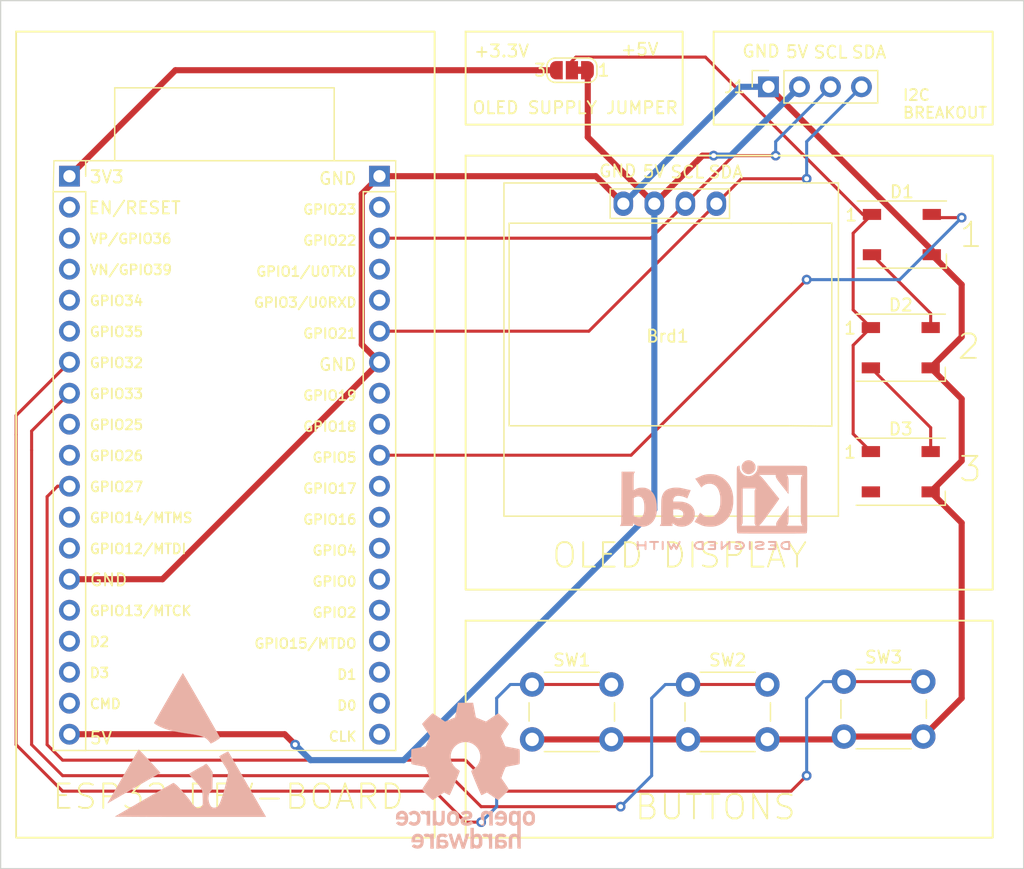
<source format=kicad_pcb>
(kicad_pcb (version 20221018) (generator pcbnew)
  (layers (0 "F.Cu" signal) (31 "B.Cu" signal) (34 "B.Paste" user) (35 "F.Paste" user) (36 "B.SilkS" user "B.Silkscreen") (37 "F.SilkS" user "F.Silkscreen") (38 "B.Mask" user) (39 "F.Mask" user) (44 "Edge.Cuts" user))
  (net 0 "")
  (net 1 "+5V")
  (net 2 "GND")
  (net 3 "/SCL")
  (net 4 "/SDA")
  (net 5 "/OLED_PWR")
  (net 6 "Net-(D1-DOUT)")
  (net 7 "/LED")
  (net 8 "Net-(D2-DOUT)")
  (net 10 "+3.3V")
  (net 11 "/SW3")
  (net 12 "/SW2")
  (net 13 "/SW1")
  (footprint "LED_SMD:LED_WS2812B_PLCC4_5.0x5.0mm_P3.2mm" (layer "F.Cu") (at 180.52 77.587795)
    (fp_text reference "D1" (at 0 -3.5) (layer "F.SilkS"))
    (fp_text value "WS2812B")
    (fp_text user "1" (at -4.15 -1.6) (layer "F.SilkS"))
    (pad "1" smd rect (at -2.45 -1.65) (size 1.5 0.9) (layers "F.Cu" "F.Paste" "F.Mask") (net 5 "/OLED_PWR"))
    (pad "2" smd rect (at -2.45 1.65) (size 1.5 0.9) (layers "F.Cu" "F.Paste" "F.Mask") (net 6 "Net-(D1-DOUT)"))
    (pad "3" smd rect (at 2.45 1.65) (size 1.5 0.9) (layers "F.Cu" "F.Paste" "F.Mask") (net 2 "GND"))
    (pad "4" smd rect (at 2.45 -1.65) (size 1.5 0.9) (layers "F.Cu" "F.Paste" "F.Mask") (net 7 "/LED"))
  )
  (footprint "Connector_PinSocket_2.54mm:PinSocket_1x04_P2.54mm_Vertical" (layer "F.Cu") (at 169.590279 65.481827 90)
    (fp_text reference "J1" (at 0 -2.77 180) (layer "F.SilkS"))
    (fp_text value "I2C BREAKOUT" hide)
    (pad "1" thru_hole rect (at 0 0 90) (size 1.7 1.7) (drill 1) (layers "*.Cu" "*.Mask") (net 2 "GND"))
    (pad "2" thru_hole oval (at 0 2.54 90) (size 1.7 1.7) (drill 1) (layers "*.Cu" "*.Mask") (net 1 "+5V"))
    (pad "3" thru_hole oval (at 0 5.08 90) (size 1.7 1.7) (drill 1) (layers "*.Cu" "*.Mask") (net 3 "/SCL"))
    (pad "4" thru_hole oval (at 0 7.62 90) (size 1.7 1.7) (drill 1) (layers "*.Cu" "*.Mask") (net 4 "/SDA"))
  )
  (footprint "SSD1306:128x64OLED_No_Holes" (layer "F.Cu") (at 161.32 85.66)
    (fp_text reference "Brd1" (at 0 0.254) (layer "F.SilkS"))
    (fp_text value "SSD1306")
    (pad "1" thru_hole oval (at -3.62 -10.6 90) (size 2 1.6) (drill 1) (layers "*.Cu" "*.Mask") (net 2 "GND"))
    (pad "2" thru_hole oval (at -1.08 -10.6 90) (size 2 1.6) (drill 1) (layers "*.Cu" "*.Mask") (net 1 "+5V"))
    (pad "3" thru_hole oval (at 1.46 -10.6 90) (size 2 1.6) (drill 1) (layers "*.Cu" "*.Mask") (net 3 "/SCL"))
    (pad "4" thru_hole oval (at 4 -10.6 90) (size 2 1.6) (drill 1) (layers "*.Cu" "*.Mask") (net 4 "/SDA"))
  )
  (footprint "Button_Switch_THT:SW_PUSH_6mm" (layer "F.Cu") (at 150.226351 114.449741)
    (fp_text reference "SW1" (at 3.25 -2) (layer "F.SilkS"))
    (fp_text value "SW_Push")
    (pad "1" thru_hole circle (at 0 0 90) (size 2 2) (drill 1.1) (layers "*.Cu" "*.Mask") (net 13 "/SW1"))
    (pad "1" thru_hole circle (at 6.5 0 90) (size 2 2) (drill 1.1) (layers "*.Cu" "*.Mask") (net 13 "/SW1"))
    (pad "2" thru_hole circle (at 0 4.5 90) (size 2 2) (drill 1.1) (layers "*.Cu" "*.Mask") (net 2 "GND"))
    (pad "2" thru_hole circle (at 6.5 4.5 90) (size 2 2) (drill 1.1) (layers "*.Cu" "*.Mask") (net 2 "GND"))
  )
  (footprint "PCM_Espressif:ESP32-DevKitC_Shield2" (layer "F.Cu") (at 112.319208 72.805507)
    (fp_text reference "U1" hide)
    (fp_text value "ESP32-DevKitC" hide)
    (fp_text user "GPIO34" (at 1.584654 10.216056 unlocked) (layer "F.SilkS") (effects (font (size 0.8 0.8)) (justify left)))
    (fp_text user "GPIO18" (at 23.607538 20.515064 unlocked) (layer "F.SilkS") (effects (font (size 0.8 0.8)) (justify right)))
    (fp_text user "GPIO23" (at 23.607538 2.735064 unlocked) (layer "F.SilkS") (effects (font (size 0.8 0.8)) (justify right)))
    (fp_text user "GND" (at 23.607538 0.195064 unlocked) (layer "F.SilkS") (effects (justify right)))
    (fp_text user "GND" (at 23.607538 15.435064 unlocked) (layer "F.SilkS") (effects (justify right)))
    (fp_text user "D0" (at 23.607538 43.375064 unlocked) (layer "F.SilkS") (effects (font (size 0.8 0.8)) (justify right)))
    (fp_text user "CMD" (at 1.584654 43.236056 unlocked) (layer "F.SilkS") (effects (font (size 0.8 0.8)) (justify left)))
    (fp_text user "D3" (at 1.584654 40.696056 unlocked) (layer "F.SilkS") (effects (font (size 0.8 0.8)) (justify left)))
    (fp_text user "GPIO5" (at 23.607538 23.055064 unlocked) (layer "F.SilkS") (effects (font (size 0.8 0.8)) (justify right)))
    (fp_text user "VP/GPIO36" (at 1.584654 5.136056 unlocked) (layer "F.SilkS") (effects (font (size 0.8 0.8)) (justify left)))
    (fp_text user "GPIO4" (at 23.607538 30.675064 unlocked) (layer "F.SilkS") (effects (font (size 0.8 0.8)) (justify right)))
    (fp_text user "GPIO1/U0TXD" (at 23.607538 7.815064 unlocked) (layer "F.SilkS") (effects (font (size 0.8 0.8)) (justify right)))
    (fp_text user "GPIO12/MTDI" (at 1.584654 30.536056 unlocked) (layer "F.SilkS") (effects (font (size 0.8 0.8)) (justify left)))
    (fp_text user "GPIO32" (at 1.584654 15.296056 unlocked) (layer "F.SilkS") (effects (font (size 0.8 0.8)) (justify left)))
    (fp_text user "GPIO15/MTDO" (at 23.607538 38.295064 unlocked) (layer "F.SilkS") (effects (font (size 0.8 0.8)) (justify right)))
    (fp_text user "VN/GPIO39" (at 1.584654 7.676056 unlocked) (layer "F.SilkS") (effects (font (size 0.8 0.8)) (justify left)))
    (fp_text user "GPIO2" (at 23.607538 35.755064 unlocked) (layer "F.SilkS") (effects (font (size 0.8 0.8)) (justify right)))
    (fp_text user "GPIO14/MTMS" (at 1.584654 27.996056 unlocked) (layer "F.SilkS") (effects (font (size 0.8 0.8)) (justify left)))
    (fp_text user "GPIO25" (at 1.584654 20.376056 unlocked) (layer "F.SilkS") (effects (font (size 0.8 0.8)) (justify left)))
    (fp_text user "GPIO35" (at 1.584654 12.756056 unlocked) (layer "F.SilkS") (effects (font (size 0.8 0.8)) (justify left)))
    (fp_text user "EN/RESET" (at 9.200974 2.593336 unlocked) (layer "F.SilkS") (effects (justify right)))
    (fp_text user "GPIO27" (at 1.584654 25.456056 unlocked) (layer "F.SilkS") (effects (font (size 0.8 0.8)) (justify left)))
    (fp_text user "GPIO22" (at 23.607538 5.275064 unlocked) (layer "F.SilkS") (effects (font (size 0.8 0.8)) (justify right)))
    (fp_text user "GPIO26" (at 1.584654 22.916056 unlocked) (layer "F.SilkS") (effects (font (size 0.8 0.8)) (justify left)))
    (fp_text user "D2" (at 1.584654 38.156056 unlocked) (layer "F.SilkS") (effects (font (size 0.8 0.8)) (justify left)))
    (fp_text user "GPIO13/MTCK" (at 1.584654 35.616056 unlocked) (layer "F.SilkS") (effects (font (size 0.8 0.8)) (justify left)))
    (fp_text user "GPIO19" (at 23.607538 17.975064 unlocked) (layer "F.SilkS") (effects (font (size 0.8 0.8)) (justify right)))
    (fp_text user "3V3" (at 1.584654 0.056056 unlocked) (layer "F.SilkS") (effects (justify left)))
    (fp_text user "GPIO0" (at 23.607538 33.215064 unlocked) (layer "F.SilkS") (effects (font (size 0.8 0.8)) (justify right)))
    (fp_text user "GPIO33" (at 1.584654 17.836056 unlocked) (layer "F.SilkS") (effects (font (size 0.8 0.8)) (justify left)))
    (fp_text user "GPIO21" (at 23.607538 12.895064 unlocked) (layer "F.SilkS") (effects (font (size 0.8 0.8)) (justify right)))
    (fp_text user "GPIO3/U0RXD" (at 23.607538 10.355064 unlocked) (layer "F.SilkS") (effects (font (size 0.8 0.8)) (justify right)))
    (fp_text user "5V" (at 1.580974 46.027336 unlocked) (layer "F.SilkS") (effects (justify left)))
    (fp_text user "CLK" (at 23.607538 45.915064 unlocked) (layer "F.SilkS") (effects (font (size 0.8 0.8)) (justify right)))
    (fp_text user "D1" (at 23.607538 40.835064 unlocked) (layer "F.SilkS") (effects (font (size 0.8 0.8)) (justify right)))
    (fp_text user "GPIO16" (at 23.607538 28.135064 unlocked) (layer "F.SilkS") (effects (font (size 0.8 0.8)) (justify right)))
    (fp_text user "GND" (at 1.584654 33.076056 unlocked) (layer "F.SilkS") (effects (justify left)))
    (fp_text user "GPIO17" (at 23.607538 25.595064 unlocked) (layer "F.SilkS") (effects (font (size 0.8 0.8)) (justify right)))
    (pad "1" thru_hole rect (at 0 0) (size 1.7 1.7) (drill 1) (layers "*.Cu" "*.Mask") (net 10 "+3.3V"))
    (pad "2" thru_hole oval (at 0 2.54) (size 1.7 1.7) (drill 1) (layers "*.Cu" "*.Mask"))
    (pad "3" thru_hole oval (at 0 5.08) (size 1.7 1.7) (drill 1) (layers "*.Cu" "*.Mask"))
    (pad "4" thru_hole oval (at 0 7.62) (size 1.7 1.7) (drill 1) (layers "*.Cu" "*.Mask"))
    (pad "5" thru_hole oval (at 0 10.16) (size 1.7 1.7) (drill 1) (layers "*.Cu" "*.Mask"))
    (pad "6" thru_hole oval (at 0 12.7) (size 1.7 1.7) (drill 1) (layers "*.Cu" "*.Mask"))
    (pad "7" thru_hole oval (at 0 15.24) (size 1.7 1.7) (drill 1) (layers "*.Cu" "*.Mask") (net 13 "/SW1"))
    (pad "8" thru_hole oval (at 0 17.78) (size 1.7 1.7) (drill 1) (layers "*.Cu" "*.Mask") (net 12 "/SW2"))
    (pad "9" thru_hole oval (at 0 20.32) (size 1.7 1.7) (drill 1) (layers "*.Cu" "*.Mask"))
    (pad "10" thru_hole oval (at 0 22.86) (size 1.7 1.7) (drill 1) (layers "*.Cu" "*.Mask"))
    (pad "11" thru_hole oval (at 0 25.4) (size 1.7 1.7) (drill 1) (layers "*.Cu" "*.Mask") (net 11 "/SW3"))
    (pad "12" thru_hole oval (at 0 27.94) (size 1.7 1.7) (drill 1) (layers "*.Cu" "*.Mask"))
    (pad "13" thru_hole oval (at 0 30.48) (size 1.7 1.7) (drill 1) (layers "*.Cu" "*.Mask"))
    (pad "14" thru_hole oval (at 0 33.02) (size 1.7 1.7) (drill 1) (layers "*.Cu" "*.Mask") (net 2 "GND"))
    (pad "15" thru_hole oval (at 0 35.56) (size 1.7 1.7) (drill 1) (layers "*.Cu" "*.Mask"))
    (pad "16" thru_hole oval (at 0 38.1) (size 1.7 1.7) (drill 1) (layers "*.Cu" "*.Mask"))
    (pad "17" thru_hole oval (at 0 40.64) (size 1.7 1.7) (drill 1) (layers "*.Cu" "*.Mask"))
    (pad "18" thru_hole oval (at 0 43.18) (size 1.7 1.7) (drill 1) (layers "*.Cu" "*.Mask"))
    (pad "19" thru_hole oval (at 0 45.72) (size 1.7 1.7) (drill 1) (layers "*.Cu" "*.Mask") (net 1 "+5V"))
    (pad "20" thru_hole oval (at 25.4 45.72) (size 1.7 1.7) (drill 1) (layers "*.Cu" "*.Mask"))
    (pad "21" thru_hole oval (at 25.4 43.18) (size 1.7 1.7) (drill 1) (layers "*.Cu" "*.Mask"))
    (pad "22" thru_hole oval (at 25.4 40.64) (size 1.7 1.7) (drill 1) (layers "*.Cu" "*.Mask"))
    (pad "23" thru_hole oval (at 25.4 38.1) (size 1.7 1.7) (drill 1) (layers "*.Cu" "*.Mask"))
    (pad "24" thru_hole oval (at 25.4 35.56) (size 1.7 1.7) (drill 1) (layers "*.Cu" "*.Mask"))
    (pad "25" thru_hole oval (at 25.4 33.02) (size 1.7 1.7) (drill 1) (layers "*.Cu" "*.Mask"))
    (pad "26" thru_hole oval (at 25.4 30.48) (size 1.7 1.7) (drill 1) (layers "*.Cu" "*.Mask"))
    (pad "27" thru_hole oval (at 25.4 27.94) (size 1.7 1.7) (drill 1) (layers "*.Cu" "*.Mask"))
    (pad "28" thru_hole oval (at 25.4 25.4) (size 1.7 1.7) (drill 1) (layers "*.Cu" "*.Mask"))
    (pad "29" thru_hole oval (at 25.4 22.86) (size 1.7 1.7) (drill 1) (layers "*.Cu" "*.Mask") (net 7 "/LED"))
    (pad "30" thru_hole oval (at 25.4 20.32) (size 1.7 1.7) (drill 1) (layers "*.Cu" "*.Mask"))
    (pad "31" thru_hole oval (at 25.4 17.78) (size 1.7 1.7) (drill 1) (layers "*.Cu" "*.Mask"))
    (pad "32" thru_hole oval (at 25.4 15.24) (size 1.7 1.7) (drill 1) (layers "*.Cu" "*.Mask") (net 2 "GND"))
    (pad "33" thru_hole oval (at 25.4 12.7) (size 1.7 1.7) (drill 1) (layers "*.Cu" "*.Mask") (net 4 "/SDA"))
    (pad "34" thru_hole oval (at 25.4 10.16) (size 1.7 1.7) (drill 1) (layers "*.Cu" "*.Mask"))
    (pad "35" thru_hole oval (at 25.4 7.62) (size 1.7 1.7) (drill 1) (layers "*.Cu" "*.Mask"))
    (pad "36" thru_hole oval (at 25.4 5.08) (size 1.7 1.7) (drill 1) (layers "*.Cu" "*.Mask") (net 3 "/SCL"))
    (pad "37" thru_hole oval (at 25.4 2.54) (size 1.7 1.7) (drill 1) (layers "*.Cu" "*.Mask"))
    (pad "38" thru_hole rect (at 25.4 0) (size 1.7 1.7) (drill 1) (layers "*.Cu" "*.Mask") (net 2 "GND"))
  )
  (footprint "Jumper:SolderJumper-3_P1.3mm_Bridged12_RoundedPad1.0x1.5mm_NumberLabels" (layer "F.Cu") (at 153.486402 64.123762 180)
    (fp_text reference "JP1" hide)
    (fp_text value "SolderJumper_5V_3V3" hide)
    (fp_text user "1" (at -2.6 0) (layer "F.SilkS"))
    (fp_text user "3" (at 2.6 0) (layer "F.SilkS"))
    (fp_poly (pts (xy -0.9 -0.3) (xy -0.4 -0.3) (xy -0.4 0.3) (xy -0.9 0.3)) (fill solid) (layer "F.Cu"))
    (pad "1" smd custom (at -1.3 0 180) (size 1 0.5) (layers "F.Cu" "F.Mask") (net 1 "+5V") (options (clearance outline) (anchor rect)) (primitives (gr_poly (pts (xy 0.55 0.75) (xy 0 0.75) (xy 0 -0.75) (xy 0.55 -0.75)) (width 0) (fill yes)) (gr_circle (center 0 0.25) (end 0.5 0.25) (width 0) (fill yes)) (gr_circle (center 0 -0.25) (end 0.5 -0.25) (width 0) (fill yes))))
    (pad "2" smd rect (at 0 0 180) (size 1 1.5) (layers "F.Cu" "F.Mask") (net 5 "/OLED_PWR"))
    (pad "3" smd custom (at 1.3 0 180) (size 1 0.5) (layers "F.Cu" "F.Mask") (net 10 "+3.3V") (options (clearance outline) (anchor rect)) (primitives (gr_circle (center 0 0.25) (end 0.5 0.25) (width 0) (fill yes)) (gr_circle (center 0 -0.25) (end 0.5 -0.25) (width 0) (fill yes)) (gr_poly (pts (xy 0 0.75) (xy -0.55 0.75) (xy -0.55 -0.75) (xy 0 -0.75)) (width 0) (fill yes))))
  )
  (footprint "Button_Switch_THT:SW_PUSH_6mm" (layer "F.Cu") (at 163.001351 114.449741)
    (fp_text reference "SW2" (at 3.25 -2) (layer "F.SilkS"))
    (fp_text value "SW_Push")
    (pad "1" thru_hole circle (at 0 0 90) (size 2 2) (drill 1.1) (layers "*.Cu" "*.Mask") (net 12 "/SW2"))
    (pad "1" thru_hole circle (at 6.5 0 90) (size 2 2) (drill 1.1) (layers "*.Cu" "*.Mask") (net 12 "/SW2"))
    (pad "2" thru_hole circle (at 0 4.5 90) (size 2 2) (drill 1.1) (layers "*.Cu" "*.Mask") (net 2 "GND"))
    (pad "2" thru_hole circle (at 6.5 4.5 90) (size 2 2) (drill 1.1) (layers "*.Cu" "*.Mask") (net 2 "GND"))
  )
  (footprint "LED_SMD:LED_WS2812B_PLCC4_5.0x5.0mm_P3.2mm" (layer "F.Cu") (at 180.43 86.857795)
    (fp_text reference "D2" (at 0 -3.5) (layer "F.SilkS"))
    (fp_text value "WS2812B")
    (fp_text user "1" (at -4.15 -1.6) (layer "F.SilkS"))
    (pad "1" smd rect (at -2.45 -1.65) (size 1.5 0.9) (layers "F.Cu" "F.Paste" "F.Mask") (net 5 "/OLED_PWR"))
    (pad "2" smd rect (at -2.45 1.65) (size 1.5 0.9) (layers "F.Cu" "F.Paste" "F.Mask") (net 8 "Net-(D2-DOUT)"))
    (pad "3" smd rect (at 2.45 1.65) (size 1.5 0.9) (layers "F.Cu" "F.Paste" "F.Mask") (net 2 "GND"))
    (pad "4" smd rect (at 2.45 -1.65) (size 1.5 0.9) (layers "F.Cu" "F.Paste" "F.Mask") (net 6 "Net-(D1-DOUT)"))
  )
  (footprint "Button_Switch_THT:SW_PUSH_6mm" (layer "F.Cu") (at 175.776351 114.214632)
    (fp_text reference "SW3" (at 3.25 -2) (layer "F.SilkS"))
    (fp_text value "SW_Push")
    (pad "1" thru_hole circle (at 0 0 90) (size 2 2) (drill 1.1) (layers "*.Cu" "*.Mask") (net 11 "/SW3"))
    (pad "1" thru_hole circle (at 6.5 0 90) (size 2 2) (drill 1.1) (layers "*.Cu" "*.Mask") (net 11 "/SW3"))
    (pad "2" thru_hole circle (at 0 4.5 90) (size 2 2) (drill 1.1) (layers "*.Cu" "*.Mask") (net 2 "GND"))
    (pad "2" thru_hole circle (at 6.5 4.5 90) (size 2 2) (drill 1.1) (layers "*.Cu" "*.Mask") (net 2 "GND"))
  )
  (footprint "LED_SMD:LED_WS2812B_PLCC4_5.0x5.0mm_P3.2mm" (layer "F.Cu") (at 180.43 97.017795)
    (fp_text reference "D3" (at 0 -3.5) (layer "F.SilkS"))
    (fp_text value "WS2812B")
    (fp_text user "1" (at -4.15 -1.6) (layer "F.SilkS"))
    (pad "1" smd rect (at -2.45 -1.65) (size 1.5 0.9) (layers "F.Cu" "F.Paste" "F.Mask") (net 5 "/OLED_PWR"))
    (pad "2" smd rect (at -2.45 1.65) (size 1.5 0.9) (layers "F.Cu" "F.Paste" "F.Mask"))
    (pad "3" smd rect (at 2.45 1.65) (size 1.5 0.9) (layers "F.Cu" "F.Paste" "F.Mask") (net 2 "GND"))
    (pad "4" smd rect (at 2.45 -1.65) (size 1.5 0.9) (layers "F.Cu" "F.Paste" "F.Mask") (net 8 "Net-(D2-DOUT)"))
  )
  (footprint "Symbol:ESD-Logo_13.2x12mm_SilkScreen" (layer "B.Cu") (at 121.92 119.38 180)
    (fp_text reference "REF**" hide)
    (fp_text value "ESD-Logo_13.2x12mm_SilkScreen" hide)
  )
  (footprint "Symbol:OSHW-Logo_11.4x12mm_SilkScreen" (layer "B.Cu") (at 144.78 121.92 180)
    (fp_text reference "REF**" hide)
    (fp_text value "OSHW-Logo_11.4x12mm_SilkScreen" hide)
  )
  (footprint "Symbol:KiCad-Logo2_6mm_SilkScreen" (layer "B.Cu") (at 165.1 99.06 180)
    (fp_text reference "REF**" hide)
    (fp_text value "KiCad-Logo2_6mm_SilkScreen" hide)
  )
  (gr_rect (start 144.78 60.96) (end 162.56 68.58) (stroke (width 0.15)) (fill none) (layer "F.SilkS"))
  (gr_rect (start 144.78 71.12) (end 187.96 106.68) (stroke (width 0.15)) (fill none) (layer "F.SilkS"))
  (gr_rect (start 165.1 60.96) (end 187.96 68.58) (stroke (width 0.15)) (fill none) (layer "F.SilkS"))
  (gr_rect (start 107.95 60.96) (end 142.24 127) (stroke (width 0.15)) (fill none) (layer "F.SilkS"))
  (gr_rect (start 144.78 109.22) (end 187.96 127) (stroke (width 0.15)) (fill none) (layer "F.SilkS"))
  (gr_rect (start 106.68 58.42) (end 190.5 129.54) (stroke (width 0.1)) (fill none) (layer "Edge.Cuts"))
  (gr_text "I2C\nBREAKOUT" (at 180.519691 68.13405) (layer "F.SilkS") (effects (font (size 0.9 0.9)) (justify left bottom)))
  (gr_text "OLED DISPLAY" (at 151.740509 105.044869) (layer "F.SilkS") (effects (font (size 2 2)) (justify left bottom)))
  (gr_text "BUTTONS\n" (at 158.530167 125.670503) (layer "F.SilkS") (effects (font (size 2 2)) (justify left bottom)))
  (gr_text "SCL" (at 161.466505 73.054858) (layer "F.SilkS") (effects (font (size 1 1)) (justify left bottom)))
  (gr_text "SDA" (at 164.589463 73.054858) (layer "F.SilkS") (effects (font (size 1 1)) (justify left bottom)))
  (gr_text "1" (at 185.139672 78.781488) (layer "F.SilkS") (effects (font (size 2 2)) (justify left bottom)))
  (gr_text "5V" (at 170.929182 63.195437) (layer "F.SilkS") (effects (font (size 1 1)) (justify left bottom)))
  (gr_text "3" (at 185.078333 97.971894) (layer "F.SilkS") (effects (font (size 2 2)) (justify left bottom)))
  (gr_text "SCL" (at 173.200425 63.235995) (layer "F.SilkS") (effects (font (size 1 1)) (justify left bottom)))
  (gr_text "ESP32 DEV-BOARD" (at 110.803254 124.813377) (layer "F.SilkS") (effects (font (size 2 2)) (justify left bottom)))
  (gr_text "GND" (at 155.626167 72.973742) (layer "F.SilkS") (effects (font (size 1 1)) (justify left bottom)))
  (gr_text "+3.3V" (at 145.385358 63.138482) (layer "F.SilkS") (effects (font (size 1 1)) (justify left bottom)))
  (gr_text "SDA" (at 176.323383 63.235995) (layer "F.SilkS") (effects (font (size 1 1)) (justify left bottom)))
  (gr_text "OLED SUPPLY JUMPER" (at 145.251946 67.782827) (layer "F.SilkS") (effects (font (size 1 1)) (justify left bottom)))
  (gr_text "GND" (at 167.360087 63.154879) (layer "F.SilkS") (effects (font (size 1 1)) (justify left bottom)))
  (gr_text "2" (at 184.955656 87.943026) (layer "F.SilkS") (effects (font (size 2 2)) (justify left bottom)))
  (gr_text "+5V" (at 157.420503 63.004118) (layer "F.SilkS") (effects (font (size 1 1)) (justify left bottom)))
  (gr_text "5V" (at 159.195262 73.0143) (layer "F.SilkS") (effects (font (size 1 1)) (justify left bottom)))
  (segment (start 129.955507 118.525507) (end 130.81 119.38) (width 0.5) (layer "F.Cu") (net 1))
  (segment (start 154.786402 64.123762) (end 154.786402 69.606402) (width 0.5) (layer "F.Cu") (net 1))
  (segment (start 112.319208 118.525507) (end 129.955507 118.525507) (width 0.5) (layer "F.Cu") (net 1))
  (segment (start 154.786402 69.606402) (end 160.24 75.06) (width 0.5) (layer "F.Cu") (net 1))
  (segment (start 164.18 71.12) (end 165.1 71.12) (width 0.5) (layer "F.Cu") (net 1))
  (segment (start 160.24 75.06) (end 164.18 71.12) (width 0.5) (layer "F.Cu") (net 1))
  (via (at 165.1 71.12) (size 0.8) (drill 0.4) (layers "F.Cu" "B.Cu") (net 1))
  (via (at 130.81 119.38) (size 0.8) (drill 0.4) (layers "F.Cu" "B.Cu") (net 1))
  (segment (start 132.08 120.65) (end 139.7 120.65) (width 0.5) (layer "B.Cu") (net 1))
  (segment (start 166.492106 71.12) (end 172.130279 65.481827) (width 0.5) (layer "B.Cu") (net 1))
  (segment (start 139.7 120.65) (end 160.24 100.11) (width 0.5) (layer "B.Cu") (net 1))
  (segment (start 165.1 71.12) (end 166.492106 71.12) (width 0.5) (layer "B.Cu") (net 1))
  (segment (start 160.24 100.11) (end 160.24 75.06) (width 0.5) (layer "B.Cu") (net 1))
  (segment (start 130.81 119.38) (end 132.08 120.65) (width 0.5) (layer "B.Cu") (net 1))
  (segment (start 185.42 115.570983) (end 185.42 101.207795) (width 0.5) (layer "F.Cu") (net 2))
  (segment (start 185.42 81.687795) (end 182.97 79.237795) (width 0.5) (layer "F.Cu") (net 2))
  (segment (start 182.276351 118.714632) (end 185.42 115.570983) (width 0.5) (layer "F.Cu") (net 2))
  (segment (start 136.269208 74.255507) (end 137.719208 72.805507) (width 0.5) (layer "F.Cu") (net 2))
  (segment (start 136.269208 86.595507) (end 136.269208 74.255507) (width 0.5) (layer "F.Cu") (net 2))
  (segment (start 163.001351 118.949741) (end 169.501351 118.949741) (width 0.5) (layer "F.Cu") (net 2))
  (segment (start 119.939208 105.825507) (end 137.719208 88.045507) (width 0.5) (layer "F.Cu") (net 2))
  (segment (start 185.42 101.207795) (end 182.88 98.667795) (width 0.5) (layer "F.Cu") (net 2))
  (segment (start 156.726351 118.949741) (end 163.001351 118.949741) (width 0.5) (layer "F.Cu") (net 2))
  (segment (start 150.226351 118.949741) (end 156.726351 118.949741) (width 0.5) (layer "F.Cu") (net 2))
  (segment (start 182.97 78.861548) (end 182.97 79.237795) (width 0.5) (layer "F.Cu") (net 2))
  (segment (start 169.590279 65.481827) (end 182.97 78.861548) (width 0.5) (layer "F.Cu") (net 2))
  (segment (start 175.541242 118.949741) (end 175.776351 118.714632) (width 0.5) (layer "F.Cu") (net 2))
  (segment (start 185.42 91.047795) (end 182.88 88.507795) (width 0.5) (layer "F.Cu") (net 2))
  (segment (start 175.776351 118.714632) (end 182.276351 118.714632) (width 0.5) (layer "F.Cu") (net 2))
  (segment (start 155.445507 72.805507) (end 157.7 75.06) (width 0.5) (layer "F.Cu") (net 2))
  (segment (start 137.719208 88.045507) (end 136.269208 86.595507) (width 0.5) (layer "F.Cu") (net 2))
  (segment (start 182.88 88.507795) (end 185.42 85.967795) (width 0.5) (layer "F.Cu") (net 2))
  (segment (start 185.42 96.127795) (end 185.42 91.047795) (width 0.5) (layer "F.Cu") (net 2))
  (segment (start 112.319208 105.825507) (end 119.939208 105.825507) (width 0.5) (layer "F.Cu") (net 2))
  (segment (start 169.501351 118.949741) (end 175.541242 118.949741) (width 0.5) (layer "F.Cu") (net 2))
  (segment (start 185.42 85.967795) (end 185.42 81.687795) (width 0.5) (layer "F.Cu") (net 2))
  (segment (start 137.719208 72.805507) (end 155.445507 72.805507) (width 0.5) (layer "F.Cu") (net 2))
  (segment (start 182.88 98.667795) (end 185.42 96.127795) (width 0.5) (layer "F.Cu") (net 2))
  (segment (start 157.7 75.06) (end 167.278173 65.481827) (width 0.5) (layer "B.Cu") (net 2))
  (segment (start 167.278173 65.481827) (end 169.590279 65.481827) (width 0.5) (layer "B.Cu") (net 2))
  (segment (start 162.78 75.06) (end 166.72 71.12) (width 0.25) (layer "F.Cu") (net 3))
  (segment (start 159.954493 77.885507) (end 137.719208 77.885507) (width 0.25) (layer "F.Cu") (net 3))
  (segment (start 162.78 75.06) (end 159.954493 77.885507) (width 0.25) (layer "F.Cu") (net 3))
  (segment (start 166.72 71.12) (end 170.18 71.12) (width 0.25) (layer "F.Cu") (net 3))
  (via (at 170.18 71.12) (size 0.8) (drill 0.4) (layers "F.Cu" "B.Cu") (net 3))
  (segment (start 170.18 69.972106) (end 174.670279 65.481827) (width 0.25) (layer "B.Cu") (net 3))
  (segment (start 170.18 71.12) (end 170.18 69.972106) (width 0.25) (layer "B.Cu") (net 3))
  (segment (start 165.32 75.06) (end 154.874493 85.505507) (width 0.25) (layer "F.Cu") (net 4))
  (segment (start 167.3645 73.0155) (end 172.72 73.0155) (width 0.25) (layer "F.Cu") (net 4))
  (segment (start 154.874493 85.505507) (end 137.719208 85.505507) (width 0.25) (layer "F.Cu") (net 4))
  (segment (start 165.32 75.06) (end 167.3645 73.0155) (width 0.25) (layer "F.Cu") (net 4))
  (via (at 172.72 73.0155) (size 0.8) (drill 0.4) (layers "F.Cu" "B.Cu") (net 4))
  (segment (start 172.72 69.972106) (end 177.210279 65.481827) (width 0.25) (layer "B.Cu") (net 4))
  (segment (start 172.72 73.0155) (end 172.72 69.972106) (width 0.25) (layer "B.Cu") (net 4))
  (segment (start 177.98 95.367795) (end 176.53 93.917795) (width 0.25) (layer "F.Cu") (net 5))
  (segment (start 176.53 86.657795) (end 177.98 85.207795) (width 0.25) (layer "F.Cu") (net 5))
  (segment (start 177.98 85.207795) (end 176.53 83.757795) (width 0.25) (layer "F.Cu") (net 5))
  (segment (start 153.486402 64.123762) (end 153.486402 63.373762) (width 0.25) (layer "F.Cu") (net 5))
  (segment (start 176.53 93.917795) (end 176.53 86.657795) (width 0.25) (layer "F.Cu") (net 5))
  (segment (start 176.53 77.477795) (end 178.07 75.937795) (width 0.25) (layer "F.Cu") (net 5))
  (segment (start 164.430967 63.048762) (end 177.32 75.937795) (width 0.25) (layer "F.Cu") (net 5))
  (segment (start 176.53 83.757795) (end 176.53 77.477795) (width 0.25) (layer "F.Cu") (net 5))
  (segment (start 153.811402 63.048762) (end 164.430967 63.048762) (width 0.25) (layer "F.Cu") (net 5))
  (segment (start 153.486402 63.373762) (end 153.811402 63.048762) (width 0.25) (layer "F.Cu") (net 5))
  (segment (start 177.32 75.937795) (end 178.07 75.937795) (width 0.25) (layer "F.Cu") (net 5))
  (segment (start 178.07 79.237795) (end 182.88 84.047795) (width 0.25) (layer "F.Cu") (net 6))
  (segment (start 182.88 84.047795) (end 182.88 85.207795) (width 0.25) (layer "F.Cu") (net 6))
  (segment (start 185.42 76.2) (end 183.232205 76.2) (width 0.25) (layer "F.Cu") (net 7))
  (segment (start 137.719208 95.665507) (end 158.334493 95.665507) (width 0.25) (layer "F.Cu") (net 7))
  (segment (start 158.334493 95.665507) (end 172.72 81.28) (width 0.25) (layer "F.Cu") (net 7))
  (segment (start 183.232205 76.2) (end 182.97 75.937795) (width 0.25) (layer "F.Cu") (net 7))
  (via (at 185.42 76.2) (size 0.8) (drill 0.4) (layers "F.Cu" "B.Cu") (net 7))
  (via (at 172.72 81.28) (size 0.8) (drill 0.4) (layers "F.Cu" "B.Cu") (net 7))
  (segment (start 180.34 81.28) (end 185.42 76.2) (width 0.25) (layer "B.Cu") (net 7))
  (segment (start 172.72 81.28) (end 180.34 81.28) (width 0.25) (layer "B.Cu") (net 7))
  (segment (start 182.88 93.407795) (end 182.88 95.367795) (width 0.25) (layer "F.Cu") (net 8))
  (segment (start 177.98 88.507795) (end 182.88 93.407795) (width 0.25) (layer "F.Cu") (net 8))
  (segment (start 121.000953 64.123762) (end 112.319208 72.805507) (width 0.5) (layer "F.Cu") (net 10))
  (segment (start 152.186402 64.123762) (end 121.000953 64.123762) (width 0.5) (layer "F.Cu") (net 10))
  (segment (start 111.76 120.65) (end 140.97 120.65) (width 0.25) (layer "F.Cu") (net 11))
  (segment (start 147.32 123.19) (end 171.45 123.19) (width 0.25) (layer "F.Cu") (net 11))
  (segment (start 144.78 120.65) (end 147.32 123.19) (width 0.25) (layer "F.Cu") (net 11))
  (segment (start 175.776351 114.214632) (end 182.276351 114.214632) (width 0.25) (layer "F.Cu") (net 11))
  (segment (start 171.45 123.19) (end 172.72 121.92) (width 0.25) (layer "F.Cu") (net 11))
  (segment (start 110.49 99.06) (end 110.49 119.38) (width 0.25) (layer "F.Cu") (net 11))
  (segment (start 111.344493 98.205507) (end 110.49 99.06) (width 0.25) (layer "F.Cu") (net 11))
  (segment (start 140.97 120.65) (end 144.78 120.65) (width 0.25) (layer "F.Cu") (net 11))
  (segment (start 110.49 119.38) (end 111.76 120.65) (width 0.25) (layer "F.Cu") (net 11))
  (segment (start 112.319208 98.205507) (end 111.344493 98.205507) (width 0.25) (layer "F.Cu") (net 11))
  (via (at 172.72 121.92) (size 0.8) (drill 0.4) (layers "F.Cu" "B.Cu") (net 11))
  (segment (start 172.72 121.92) (end 172.72 115.57) (width 0.25) (layer "B.Cu") (net 11))
  (segment (start 172.72 115.57) (end 174.075368 114.214632) (width 0.25) (layer "B.Cu") (net 11))
  (segment (start 174.075368 114.214632) (end 175.776351 114.214632) (width 0.25) (layer "B.Cu") (net 11))
  (segment (start 146.05 124.46) (end 157.48 124.46) (width 0.25) (layer "F.Cu") (net 12))
  (segment (start 111.76 121.92) (end 143.51 121.92) (width 0.25) (layer "F.Cu") (net 12))
  (segment (start 143.51 121.92) (end 146.05 124.46) (width 0.25) (layer "F.Cu") (net 12))
  (segment (start 109.22 93.684715) (end 109.22 95.25) (width 0.25) (layer "F.Cu") (net 12))
  (segment (start 112.319208 90.585507) (end 109.22 93.684715) (width 0.25) (layer "F.Cu") (net 12))
  (segment (start 109.22 119.38) (end 111.76 121.92) (width 0.25) (layer "F.Cu") (net 12))
  (segment (start 163.001351 114.449741) (end 169.501351 114.449741) (width 0.25) (layer "F.Cu") (net 12))
  (segment (start 109.22 95.25) (end 109.22 119.38) (width 0.25) (layer "F.Cu") (net 12))
  (via (at 157.48 124.46) (size 0.8) (drill 0.4) (layers "F.Cu" "B.Cu") (net 12))
  (segment (start 160.02 115.57) (end 161.140259 114.449741) (width 0.25) (layer "B.Cu") (net 12))
  (segment (start 161.140259 114.449741) (end 163.001351 114.449741) (width 0.25) (layer "B.Cu") (net 12))
  (segment (start 157.48 124.46) (end 160.02 121.92) (width 0.25) (layer "B.Cu") (net 12))
  (segment (start 160.02 121.92) (end 160.02 115.57) (width 0.25) (layer "B.Cu") (net 12))
  (segment (start 142.24 123.19) (end 144.78 125.73) (width 0.25) (layer "F.Cu") (net 13))
  (segment (start 107.95 119.38) (end 111.76 123.19) (width 0.25) (layer "F.Cu") (net 13))
  (segment (start 112.319208 88.045507) (end 107.95 92.414715) (width 0.25) (layer "F.Cu") (net 13))
  (segment (start 107.95 93.98) (end 107.95 119.38) (width 0.25) (layer "F.Cu") (net 13))
  (segment (start 107.95 92.414715) (end 107.95 93.98) (width 0.25) (layer "F.Cu") (net 13))
  (segment (start 111.76 123.19) (end 142.24 123.19) (width 0.25) (layer "F.Cu") (net 13))
  (segment (start 150.226351 114.449741) (end 156.726351 114.449741) (width 0.25) (layer "F.Cu") (net 13))
  (segment (start 144.78 125.73) (end 146.05 125.73) (width 0.25) (layer "F.Cu") (net 13))
  (via (at 146.05 125.73) (size 0.8) (drill 0.4) (layers "F.Cu" "B.Cu") (net 13))
  (segment (start 148.440259 114.449741) (end 150.226351 114.449741) (width 0.25) (layer "B.Cu") (net 13))
  (segment (start 147.32 115.57) (end 148.440259 114.449741) (width 0.25) (layer "B.Cu") (net 13))
  (segment (start 147.32 124.46) (end 147.32 115.57) (width 0.25) (layer "B.Cu") (net 13))
  (segment (start 146.05 125.73) (end 147.32 124.46) (width 0.25) (layer "B.Cu") (net 13))
)
</source>
